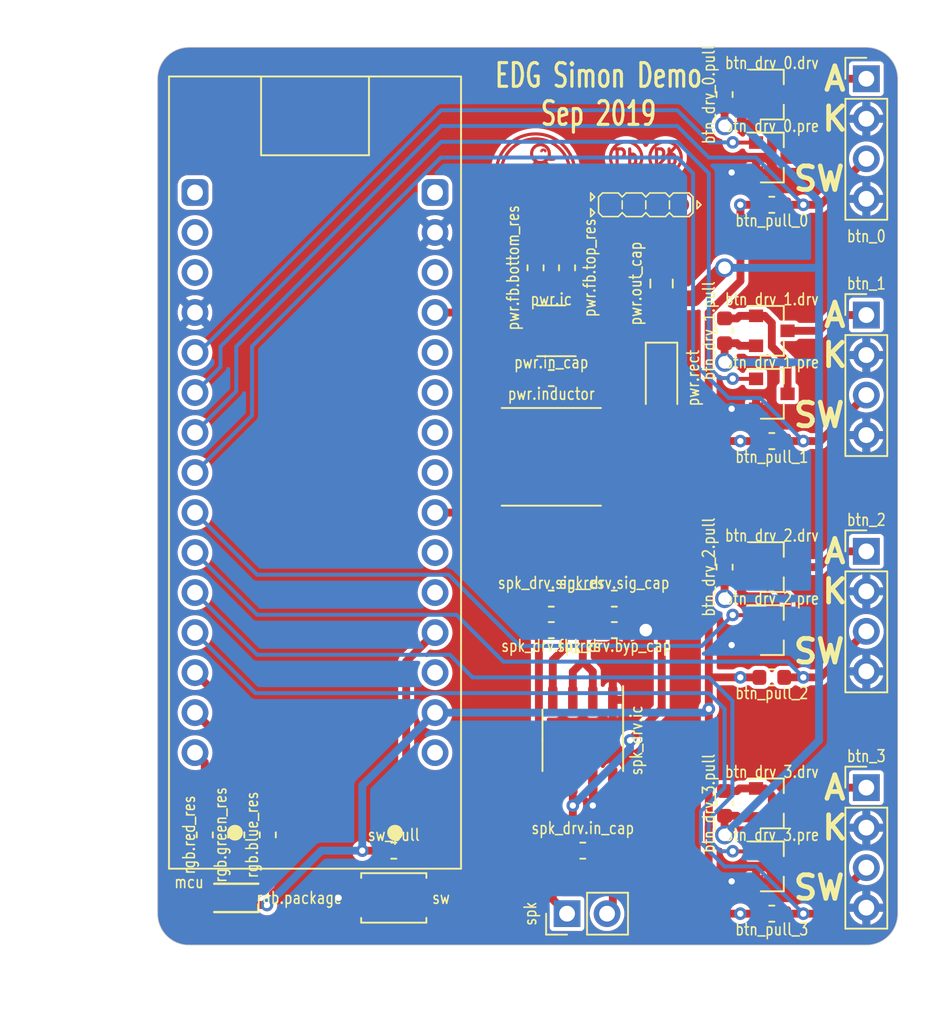
<source format=kicad_pcb>
(kicad_pcb (version 20221018) (generator pcbnew)
  (layers (0 "F.Cu" signal) (31 "B.Cu" signal) (34 "B.Paste" user) (35 "F.Paste" user) (36 "B.SilkS" user "B.Silkscreen") (37 "F.SilkS" user "F.Silkscreen") (38 "B.Mask" user) (39 "F.Mask" user) (44 "Edge.Cuts" user))
  (net 0 "")
  (net 1 "gnd")
  (net 2 "btn_1.led_a")
  (net 3 "rgb.blue_res.a")
  (net 4 "rgb.green_res.a")
  (net 5 "rgb.red_res.a")
  (net 6 "spk_drv.spk2")
  (net 7 "spk_drv.byp_cap.pos")
  (net 8 "spk_drv.sig_res.a")
  (net 9 "btn_drv_3.output")
  (net 10 "mcu.digital_15")
  (net 11 "btn_2.sw1")
  (net 12 "btn_drv_0.pre.drain")
  (net 13 "btn_drv_0.control")
  (net 14 "btn_drv_3.control")
  (net 15 "mcu.digital_19")
  (net 16 "rgb.red")
  (net 17 "pwr.sw")
  (net 18 "spk_drv.sig_res.b")
  (net 19 "btn_drv_0.output")
  (net 20 "btn_drv_2.output")
  (net 21 "btn_drv_1.pull.b")
  (net 22 "btn_drv_2.pre.drain")
  (net 23 "mcu.dac_1")
  (net 24 "pwr.fb.out")
  (net 25 "mcu.digital_14")
  (net 26 "v12")
  (net 27 "v5")
  (net 28 "mcu.digital_12")
  (net 29 "spk_drv.spk1")
  (net 30 "mcu.digital_9")
  (net 31 "v3v3")
  (net 32 "mcu.digital_18")
  (net 33 "mcu.digital_13")
  (net 34 "btn_drv_3.drv.gate")
  (net 35 "mcu.digital_17")
  (footprint "Package_TO_SOT_SMD:SOT-23" (layer "F.Cu") (at 159 32)
    (fp_text reference "btn_drv_0.drv")
    (fp_text value "DMP3099L-7")
  )
  (footprint "Package_TO_SOT_SMD:SOT-23" (layer "F.Cu") (at 159 36)
    (fp_text reference "btn_drv_0.pre")
    (fp_text value "NX138AKR")
  )
  (footprint "Resistor_SMD:R_0603_1608Metric" (layer "F.Cu") (at 156 32 90)
    (fp_text reference "btn_drv_0.pull")
    (fp_text value "10000, 1%, 0.1W")
  )
  (footprint "Package_TO_SOT_SMD:SOT-23" (layer "F.Cu") (at 159 47)
    (fp_text reference "btn_drv_1.drv")
    (fp_text value "DMP3099L-7")
  )
  (footprint "Package_TO_SOT_SMD:SOT-23" (layer "F.Cu") (at 159 51)
    (fp_text reference "btn_drv_1.pre")
    (fp_text value "NX138AKR")
  )
  (footprint "Resistor_SMD:R_0603_1608Metric" (layer "F.Cu") (at 156 47 90)
    (fp_text reference "btn_drv_1.pull")
    (fp_text value "10000, 1%, 0.1W")
  )
  (footprint "Package_TO_SOT_SMD:SOT-23" (layer "F.Cu") (at 159 62)
    (fp_text reference "btn_drv_2.drv")
    (fp_text value "DMP3099L-7")
  )
  (footprint "Package_TO_SOT_SMD:SOT-23" (layer "F.Cu") (at 159 66)
    (fp_text reference "btn_drv_2.pre")
    (fp_text value "NX138AKR")
  )
  (footprint "Resistor_SMD:R_0603_1608Metric" (layer "F.Cu") (at 156 62 90)
    (fp_text reference "btn_drv_2.pull")
    (fp_text value "10000, 1%, 0.1W")
  )
  (footprint "Package_TO_SOT_SMD:SOT-23" (layer "F.Cu") (at 159 77)
    (fp_text reference "btn_drv_3.drv")
    (fp_text value "DMP3099L-7")
  )
  (footprint "Package_TO_SOT_SMD:SOT-23" (layer "F.Cu") (at 159 81)
    (fp_text reference "btn_drv_3.pre")
    (fp_text value "NX138AKR")
  )
  (footprint "Resistor_SMD:R_0603_1608Metric" (layer "F.Cu") (at 156 77 90)
    (fp_text reference "btn_drv_3.pull")
    (fp_text value "10000, 1%, 0.1W")
  )
  (footprint "Resistor_SMD:R_0603_1608Metric" (layer "F.Cu") (at 159 39)
    (fp_text reference "btn_pull_0")
    (fp_text value "10000, 1%, 0.1W")
  )
  (footprint "Resistor_SMD:R_0603_1608Metric" (layer "F.Cu") (at 159 54)
    (fp_text reference "btn_pull_1")
    (fp_text value "10000, 1%, 0.1W")
  )
  (footprint "Resistor_SMD:R_0603_1608Metric" (layer "F.Cu") (at 159 69)
    (fp_text reference "btn_pull_2")
    (fp_text value "10000, 1%, 0.1W")
  )
  (footprint "Resistor_SMD:R_0603_1608Metric" (layer "F.Cu") (at 159 84)
    (fp_text reference "btn_pull_3")
    (fp_text value "10000, 1%, 0.1W")
  )
  (footprint "Resistor_SMD:R_0603_1608Metric" (layer "F.Cu") (at 127 79 90)
    (fp_text reference "rgb.blue_res")
    (fp_text value "1000, 1%, 0.1W")
  )
  (footprint "Resistor_SMD:R_0603_1608Metric" (layer "F.Cu") (at 125 79 90)
    (fp_text reference "rgb.green_res")
    (fp_text value "1000, 1%, 0.1W")
  )
  (footprint "calisco:LED_RGB_0606" (layer "F.Cu") (at 125 83 180)
    (fp_text reference "rgb.package")
    (fp_text value "")
  )
  (footprint "Resistor_SMD:R_0603_1608Metric" (layer "F.Cu") (at 123 79 90)
    (fp_text reference "rgb.red_res")
    (fp_text value "1000, 1%, 0.1W")
  )
  (footprint "Connector_PinHeader_2.54mm:PinHeader_1x02_P2.54mm_Vertical" (layer "F.Cu") (at 146 84 90)
    (fp_text reference "spk")
    (fp_text value "Speaker	SP-1504")
  )
  (footprint "Connector_PinHeader_2.54mm:PinHeader_1x04_P2.54mm_Vertical" (layer "F.Cu") (at 165 46)
    (fp_text reference "btn_1")
    (fp_text value "DomeButton")
  )
  (footprint "Connector_PinHeader_2.54mm:PinHeader_1x04_P2.54mm_Vertical" (layer "F.Cu") (at 165 61)
    (fp_text reference "btn_2")
    (fp_text value "DomeButton")
  )
  (footprint "Connector_PinHeader_2.54mm:PinHeader_1x04_P2.54mm_Vertical" (layer "F.Cu") (at 165 76)
    (fp_text reference "btn_3")
    (fp_text value "DomeButton")
  )
  (footprint "calisco:Indicator_IdDots_4" (layer "F.Cu") (at 151 39)
    (fp_text reference "id" hide)
    (fp_text value "IdDots4")
  )
  (footprint "Button_Switch_SMD:SW_Push_SPST_NO_Alps_SKRK" (layer "F.Cu") (at 135 83)
    (fp_text reference "sw")
    (fp_text value "switch")
  )
  (footprint "Resistor_SMD:R_0603_1608Metric" (layer "F.Cu") (at 135 80)
    (fp_text reference "sw_pull")
    (fp_text value "10000, 1%, 0.1W")
  )
  (footprint "calisco:Nucleo32" (layer "F.Cu") (at 130 56)
    (fp_text reference "mcu")
    (fp_text value "Nucleo-F303K8")
  )
  (footprint "Connector_PinHeader_2.54mm:PinHeader_1x04_P2.54mm_Vertical" (layer "F.Cu") (at 165 31)
    (fp_text reference "btn_0")
    (fp_text value "DomeButton")
  )
  (footprint "Package_TO_SOT_SMD:SOT-23-5" (layer "F.Cu") (at 145 47 180)
    (fp_text reference "pwr.ic")
    (fp_text value "AP3012")
  )
  (footprint "Diode_SMD:D_SOD-123" (layer "F.Cu") (at 152 50 -90)
    (fp_text reference "pwr.rect")
    (fp_text value "BAT54GWJ")
  )
  (footprint "Resistor_SMD:R_0603_1608Metric" (layer "F.Cu") (at 146 43 -90)
    (fp_text reference "pwr.fb.top_res")
    (fp_text value "33000, 1%, 0.1W")
  )
  (footprint "Capacitor_SMD:C_0805_2012Metric" (layer "F.Cu") (at 152 44 90)
    (fp_text reference "pwr.out_cap")
    (fp_text value "10µF, 16V, CL21A106KOQNNNG")
  )
  (footprint "Inductor_SMD:L_Taiyo-Yuden_NR-60xx" (layer "F.Cu") (at 145 55)
    (fp_text reference "pwr.inductor")
    (fp_text value "68µH, 770mA, NR6028T680M")
  )
  (footprint "Resistor_SMD:R_0603_1608Metric" (layer "F.Cu") (at 144 43 90)
    (fp_text reference "pwr.fb.bottom_res")
    (fp_text value "3900, 1%, 0.1W")
  )
  (footprint "Capacitor_SMD:C_0603_1608Metric" (layer "F.Cu") (at 145 50)
    (fp_text reference "pwr.in_cap")
    (fp_text value "1µF, 10V, CL10A105KP8NNNC")
  )
  (footprint "calisco:Indicator_LeadFree" (layer "F.Cu") (at 151 36)
    (fp_text reference "leadfree" hide)
    (fp_text value "LeadFree" hide)
  )
  (footprint "calisco:Symbol_Duckling" (layer "F.Cu") (at 144 37)
    (fp_text reference "duck" hide)
    (fp_text value "Duck" hide)
  )
  (footprint "Package_SO:SO-8_3.9x4.9mm_P1.27mm" (layer "F.Cu") (at 147 73 -90)
    (fp_text reference "spk_drv.ic")
    (fp_text value "LM4871MX")
  )
  (footprint "Capacitor_SMD:C_0603_1608Metric" (layer "F.Cu") (at 147 80)
    (fp_text reference "spk_drv.in_cap")
    (fp_text value "1µF, 10V, CL10A105KP8NNNC")
  )
  (footprint "Resistor_SMD:R_0603_1608Metric" (layer "F.Cu") (at 145 66 180)
    (fp_text reference "spk_drv.fb_res")
    (fp_text value "22000, 1%, 0.1W")
  )
  (footprint "Capacitor_SMD:C_0603_1608Metric" (layer "F.Cu") (at 149 66)
    (fp_text reference "spk_drv.byp_cap")
    (fp_text value "1µF, 10V, CL10A105KP8NNNC")
  )
  (footprint "Resistor_SMD:R_0603_1608Metric" (layer "F.Cu") (at 145 64)
    (fp_text reference "spk_drv.sig_res")
    (fp_text value "22000, 1%, 0.1W")
  )
  (footprint "Capacitor_SMD:C_0603_1608Metric" (layer "F.Cu") (at 149 64)
    (fp_text reference "spk_drv.sig_cap")
    (fp_text value "0.47µF, 25V, CL10B474KA8NFNC")
  )
  (gr_line (start 120 84) (end 120 31) (stroke (width 0.05)) (layer "Edge.Cuts"))
  (gr_line (start 165 86) (end 122 86) (stroke (width 0.05)) (layer "Edge.Cuts"))
  (gr_arc (start 120 31) (mid 120.585786 29.585786) (end 122 29) (stroke (width 0.05)) (layer "Edge.Cuts"))
  (gr_arc (start 122 86) (mid 120.585786 85.414214) (end 120 84) (stroke (width 0.05)) (layer "Edge.Cuts"))
  (gr_line (start 122 29) (end 165 29) (stroke (width 0.05)) (layer "Edge.Cuts"))
  (gr_line (start 167 31) (end 167 84) (stroke (width 0.05)) (layer "Edge.Cuts"))
  (gr_arc (start 165 29) (mid 166.414214 29.585786) (end 167 31) (stroke (width 0.05)) (layer "Edge.Cuts"))
  (gr_arc (start 167 84) (mid 166.414214 85.414214) (end 165 86) (stroke (width 0.05)) (layer "Edge.Cuts"))
  (gr_text "SW" (at 162 37.35) (layer "F.SilkS") (effects (font (size 1.5 1.5) (thickness 0.3))))
  (gr_text "K" (at 163 33.54) (layer "F.SilkS") (effects (font (size 1.5 1.5) (thickness 0.3))))
  (gr_text "SW" (at 162 52.35) (layer "F.SilkS") (effects (font (size 1.5 1.5) (thickness 0.3))))
  (gr_text "SW" (at 162 67.35) (layer "F.SilkS") (effects (font (size 1.5 1.5) (thickness 0.3))))
  (gr_text "SW" (at 162 82.35) (layer "F.SilkS") (effects (font (size 1.5 1.5) (thickness 0.3))))
  (gr_text "K" (at 163 48.54) (layer "F.SilkS") (effects (font (size 1.5 1.5) (thickness 0.3))))
  (gr_text "A" (at 163 46) (layer "F.SilkS") (effects (font (size 1.5 1.5) (thickness 0.3))))
  (gr_text "K" (at 163 78.54) (layer "F.SilkS") (effects (font (size 1.5 1.5) (thickness 0.3))))
  (gr_text "K" (at 163 63.54) (layer "F.SilkS") (effects (font (size 1.5 1.5) (thickness 0.3))))
  (gr_text "A" (at 163 31) (layer "F.SilkS") (effects (font (size 1.5 1.5) (thickness 0.3))))
  (gr_text "EDG Simon Demo\nSep 2019" (at 148 32) (layer "F.SilkS") (effects (font (size 1.5 1) (thickness 0.2))))
  (gr_text "A" (at 163 61) (layer "F.SilkS") (effects (font (size 1.5 1.5) (thickness 0.3))))
  (gr_text "A" (at 163 76) (layer "F.SilkS") (effects (font (size 1.5 1.5) (thickness 0.3))))
  (segment (start 144 41) (end 144 42.2125) (width 0.5) (layer "F.Cu") (net 1))
  (segment (start 152 41) (end 144 41) (width 0.5) (layer "F.Cu") (net 1))
  (segment (start 152 43.0625) (end 152 41) (width 0.5) (layer "F.Cu") (net 1))
  (segment (start 143 45) (end 144.443002 45) (width 0.5) (layer "F.Cu") (net 1))
  (segment (start 144 42.2125) (end 143 42.2125) (width 0.5) (layer "F.Cu") (net 1))
  (segment (start 144.443002 45) (end 145 45.556998) (width 0.5) (layer "F.Cu") (net 1))
  (segment (start 143 42.2125) (end 143 45) (width 0.5) (layer "F.Cu") (net 1))
  (segment (start 145 45.556998) (end 145 47) (width 0.5) (layer "F.Cu") (net 1))
  (segment (start 146.1 47) (end 145 47) (width 0.5) (layer "F.Cu") (net 1))
  (segment (start 145 47) (end 145 49) (width 0.5) (layer "F.Cu") (net 1))
  (segment (start 145.7875 49) (end 145 49) (width 0.5) (layer "F.Cu") (net 1))
  (segment (start 145.7875 50) (end 145.7875 49) (width 0.5) (layer "F.Cu") (net 1))
  (segment (start 156.45 51.95) (end 156.449953 51.949953) (width 0.5) (layer "F.Cu") (net 1))
  (segment (start 158 51.95) (end 156.45 51.95) (width 0.5) (layer "F.Cu") (net 1))
  (segment (start 156.45 66.95) (end 156.449953 66.949953) (width 0.5) (layer "F.Cu") (net 1))
  (segment (start 158 66.95) (end 156.45 66.95) (width 0.5) (layer "F.Cu") (net 1))
  (segment (start 156.45 81.95) (end 156.449953 81.949953) (width 0.5) (layer "F.Cu") (net 1))
  (segment (start 158 81.95) (end 156.45 81.95) (width 0.5) (layer "F.Cu") (net 1))
  (segment (start 147.7875 78.2875) (end 147.635 78.135) (width 0.5) (layer "F.Cu") (net 1))
  (segment (start 148.905 72.595) (end 148.905 70.425) (width 0.25) (layer "F.Cu") (net 1))
  (segment (start 158 36.95) (end 156.45 36.95) (width 0.5) (layer "F.Cu") (net 1))
  (segment (start 147.7875 80) (end 147.7875 78.2875) (width 0.5) (layer "F.Cu") (net 1))
  (segment (start 147.635 78.135) (end 147.635 76.865) (width 0.5) (layer "F.Cu") (net 1))
  (segment (start 147.635 76.865) (end 147.635 75.575) (width 0.5) (layer "F.Cu") (net 1))
  (segment (start 156.45 36.95) (end 156.449953 36.949953) (width 0.5) (layer "F.Cu") (net 1))
  (segment (start 132.9 83) (end 131.5 83) (width 0.5) (layer "F.Cu") (net 1))
  (segment (start 147.635 76.865) (end 147.635 77.135) (width 0.5) (layer "F.Cu") (net 1))
  (segment (start 147.635 73.865) (end 148.905 72.595) (width 0.25) (layer "F.Cu") (net 1))
  (segment (start 147.635 75.575) (end 147.635 73.865) (width 0.25) (layer "F.Cu") (net 1))
  (segment (start 149.7875 66) (end 151 66) (width 0.5) (layer "F.Cu") (net 1))
  (via (at 156.449953 51.949953) (size 0.8) (drill 0.4) (layers "F.Cu" "B.Cu") (net 1))
  (via (at 156.449953 66.949953) (size 0.8) (drill 0.4) (layers "F.Cu" "B.Cu") (net 1))
  (via (at 156.449953 81.949953) (size 0.8) (drill 0.4) (layers "F.Cu" "B.Cu") (net 1))
  (via (at 156.449953 36.949953) (size 0.8) (drill 0.4) (layers "F.Cu" "B.Cu") (net 1))
  (via (at 131.5 83) (size 0.8) (drill 0.4) (layers "F.Cu" "B.Cu") (net 1))
  (via (at 147.635 77.135) (size 0.8) (drill 0.4) (layers "F.Cu" "B.Cu") (net 1))
  (via (at 151 66) (size 1.2) (drill 0.8) (layers "F.Cu" "B.Cu") (net 1))
  (segment (start 160 47) (end 162 47) (width 0.5) (layer "F.Cu") (net 2))
  (segment (start 162 47) (end 163 46) (width 0.5) (layer "F.Cu") (net 2))
  (segment (start 163 46) (end 165 46) (width 0.5) (layer "F.Cu") (net 2))
  (segment (start 127 82) (end 126.45 82.55) (width 0.5) (layer "F.Cu") (net 3))
  (segment (start 126.45 82.55) (end 125.8 82.55) (width 0.5) (layer "F.Cu") (net 3))
  (segment (start 127 79.7875) (end 127 82) (width 0.5) (layer "F.Cu") (net 3))
  (segment (start 125 80.5) (end 124.2 81.3) (width 0.5) (layer "F.Cu") (net 4))
  (segment (start 125 79.7875) (end 125 80.5) (width 0.5) (layer "F.Cu") (net 4))
  (segment (start 124.2 81.3) (end 124.2 82.55) (width 0.5) (layer "F.Cu") (net 4))
  (segment (start 123 83) (end 123.45 83.45) (width 0.5) (layer "F.Cu") (net 5))
  (segment (start 123.45 83.45) (end 124.2 83.45) (width 0.5) (layer "F.Cu") (net 5))
  (segment (start 123 79.7875) (end 123 83) (width 0.5) (layer "F.Cu") (net 5))
  (segment (start 148.905 75.575) (end 148.905 83.635) (width 0.5) (layer "F.Cu") (net 6))
  (segment (start 148.905 83.635) (end 148.54 84) (width 0.5) (layer "F.Cu") (net 6))
  (segment (start 148.2125 66) (end 147.5 66) (width 0.5) (layer "F.Cu") (net 7))
  (segment (start 147 66.5) (end 147 68) (width 0.5) (layer "F.Cu") (net 7))
  (segment (start 147.635 68.635) (end 147 68) (width 0.5) (layer "F.Cu") (net 7))
  (segment (start 147.635 70.425) (end 147.635 68.635) (width 0.5) (layer "F.Cu") (net 7))
  (segment (start 146.365 70.425) (end 146.365 68.635) (width 0.5) (layer "F.Cu") (net 7))
  (segment (start 147 68) (end 146.365 68.635) (width 0.5) (layer "F.Cu") (net 7))
  (segment (start 147.5 66) (end 147 66.5) (width 0.5) (layer "F.Cu") (net 7))
  (segment (start 147.5 64) (end 148.2125 64) (width 0.5) (layer "F.Cu") (net 8))
  (segment (start 145 63) (end 146.5 63) (width 0.5) (layer "F.Cu") (net 8))
  (segment (start 144.2125 64) (end 144.2125 63.7875) (width 0.5) (layer "F.Cu") (net 8))
  (segment (start 144.2125 63.7875) (end 145 63) (width 0.5) (layer "F.Cu") (net 8))
  (segment (start 146.5 63) (end 147.5 64) (width 0.5) (layer "F.Cu") (net 8))
  (segment (start 160 77) (end 162 77) (width 0.5) (layer "F.Cu") (net 9))
  (segment (start 162 77) (end 163 76) (width 0.5) (layer "F.Cu") (net 9))
  (segment (start 163 76) (end 165 76) (width 0.5) (layer "F.Cu") (net 9))
  (segment (start 161 39) (end 162.08 39) (width 0.5) (layer "F.Cu") (net 10))
  (segment (start 159.7875 39) (end 161 39) (width 0.5) (layer "F.Cu") (net 10))
  (segment (start 162.08 39) (end 165 36.08) (width 0.5) (layer "F.Cu") (net 10))
  (via (at 161 39) (size 0.8) (drill 0.4) (layers "F.Cu" "B.Cu") (net 10))
  (segment (start 124 48) (end 138 34) (width 0.25) (layer "B.Cu") (net 10))
  (segment (start 122.38 50.92) (end 124 49.3) (width 0.25) (layer "B.Cu") (net 10))
  (segment (start 155 36) (end 158 36) (width 0.25) (layer "B.Cu") (net 10))
  (segment (start 158 36) (end 161 39) (width 0.25) (layer "B.Cu") (net 10))
  (segment (start 138 34) (end 153 34) (width 0.25) (layer "B.Cu") (net 10))
  (segment (start 124 49.3) (end 124 48) (width 0.25) (layer "B.Cu") (net 10))
  (segment (start 153 34) (end 155 36) (width 0.25) (layer "B.Cu") (net 10))
  (segment (start 159.7875 69) (end 161 69) (width 0.5) (layer "F.Cu") (net 11))
  (segment (start 162.08 69) (end 165 66.08) (width 0.5) (layer "F.Cu") (net 11))
  (segment (start 161 69) (end 162.08 69) (width 0.5) (layer "F.Cu") (net 11))
  (via (at 161 69) (size 0.8) (drill 0.4) (layers "F.Cu" "B.Cu") (net 11))
  (segment (start 141.950002 68) (end 160 68) (width 0.25) (layer "B.Cu") (net 11))
  (segment (start 122.38 61.08) (end 126.324999 65.024999) (width 0.25) (layer "B.Cu") (net 11))
  (segment (start 138.975001 65.024999) (end 141.950002 68) (width 0.25) (layer "B.Cu") (net 11))
  (segment (start 126.324999 65.024999) (end 138.975001 65.024999) (width 0.25) (layer "B.Cu") (net 11))
  (segment (start 160.5 68.5) (end 161 69) (width 0.25) (layer "B.Cu") (net 11))
  (segment (start 160 68) (end 160.5 68.5) (width 0.25) (layer "B.Cu") (net 11))
  (segment (start 159 33) (end 159 31.5) (width 0.5) (layer "F.Cu") (net 12))
  (segment (start 156.95 31.05) (end 158 31.05) (width 0.5) (layer "F.Cu") (net 12))
  (segment (start 158.55 31.05) (end 158 31.05) (width 0.5) (layer "F.Cu") (net 12))
  (segment (start 160 36) (end 160 34) (width 0.5) (layer "F.Cu") (net 12))
  (segment (start 156.7875 31.2125) (end 156.95 31.05) (width 0.5) (layer "F.Cu") (net 12))
  (segment (start 156 31.2125) (end 156.7875 31.2125) (width 0.5) (layer "F.Cu") (net 12))
  (segment (start 159 31.5) (end 158.55 31.05) (width 0.5) (layer "F.Cu") (net 12))
  (segment (start 160 34) (end 159 33) (width 0.5) (layer "F.Cu") (net 12))
  (segment (start 156.531231 35.05) (end 156.518769 35.037538) (width 0.25) (layer "F.Cu") (net 13))
  (segment (start 158 35.05) (end 156.531231 35.05) (width 0.25) (layer "F.Cu") (net 13))
  (via (at 156.518769 35.037538) (size 0.8) (drill 0.4) (layers "F.Cu" "B.Cu") (net 13))
  (segment (start 122.38 48.38) (end 122.62 48.38) (width 0.25) (layer "B.Cu") (net 13))
  (segment (start 156.481231 35) (end 156.518769 35.037538) (width 0.5) (layer "B.Cu") (net 13))
  (segment (start 153 33) (end 155.037538 35.037538) (width 0.25) (layer "B.Cu") (net 13))
  (segment (start 138 33) (end 153 33) (width 0.25) (layer "B.Cu") (net 13))
  (segment (start 122.62 48.38) (end 138 33) (width 0.25) (layer "B.Cu") (net 13))
  (segment (start 155.037538 35.037538) (end 156.518769 35.037538) (width 0.25) (layer "B.Cu") (net 13))
  (segment (start 156.531231 80.05) (end 156.518769 80.037538) (width 0.25) (layer "F.Cu") (net 14))
  (segment (start 158 80.05) (end 156.531231 80.05) (width 0.25) (layer "F.Cu") (net 14))
  (via (at 156.518769 80.037538) (size 0.8) (drill 0.4) (layers "F.Cu" "B.Cu") (net 14))
  (segment (start 156.518769 80.037538) (end 155.727736 80.037538) (width 0.25) (layer "B.Cu") (net 14))
  (segment (start 156.5 70.5) (end 155 69) (width 0.25) (layer "B.Cu") (net 14))
  (segment (start 155.727736 80.037538) (end 155 79.309802) (width 0.25) (layer "B.Cu") (net 14))
  (segment (start 155 69) (end 140 69) (width 0.25) (layer "B.Cu") (net 14))
  (segment (start 138.564999 67.564999) (end 126.324999 67.564999) (width 0.25) (layer "B.Cu") (net 14))
  (segment (start 140 69) (end 138.564999 67.564999) (width 0.25) (layer "B.Cu") (net 14))
  (segment (start 155 79.309802) (end 155 78) (width 0.25) (layer "B.Cu") (net 14))
  (segment (start 155 78) (end 156.5 76.5) (width 0.25) (layer "B.Cu") (net 14))
  (segment (start 126.324999 67.564999) (end 122.38 63.62) (width 0.25) (layer "B.Cu") (net 14))
  (segment (start 156.5 76.5) (end 156.5 70.5) (width 0.25) (layer "B.Cu") (net 14))
  (segment (start 125 73.86) (end 122.38 71.24) (width 0.5) (layer "F.Cu") (net 15))
  (segment (start 125 78.2125) (end 125 73.86) (width 0.5) (layer "F.Cu") (net 15))
  (segment (start 123 74.4) (end 122.38 73.78) (width 0.5) (layer "F.Cu") (net 16))
  (segment (start 123 78.2125) (end 123 74.4) (width 0.5) (layer "F.Cu") (net 16))
  (segment (start 146.1 47.95) (end 146.95 47.95) (width 0.5) (layer "F.Cu") (net 17))
  (segment (start 147.35 55) (end 147.35 51.65) (width 1) (layer "F.Cu") (net 17))
  (segment (start 149 51) (end 148 51) (width 1) (layer "F.Cu") (net 17))
  (segment (start 149.65 51.65) (end 149 51) (width 1) (layer "F.Cu") (net 17))
  (segment (start 152 51.65) (end 149.65 51.65) (width 1) (layer "F.Cu") (net 17))
  (segment (start 147.35 51.65) (end 148 51) (width 1) (layer "F.Cu") (net 17))
  (segment (start 148 49) (end 148 51) (width 0.5) (layer "F.Cu") (net 17))
  (segment (start 146.95 47.95) (end 148 49) (width 0.5) (layer "F.Cu") (net 17))
  (segment (start 145.7875 67.2125) (end 145.095 67.905) (width 0.5) (layer "F.Cu") (net 18))
  (segment (start 145.095 67.905) (end 145.095 70.425) (width 0.5) (layer "F.Cu") (net 18))
  (segment (start 145.7875 66) (end 145.7875 67.2125) (width 0.5) (layer "F.Cu") (net 18))
  (segment (start 145.7875 64) (end 145.7875 66) (width 0.5) (layer "F.Cu") (net 18))
  (segment (start 162 32) (end 163 31) (width 0.5) (layer "F.Cu") (net 19))
  (segment (start 160 32) (end 162 32) (width 0.5) (layer "F.Cu") (net 19))
  (segment (start 163 31) (end 165 31) (width 0.5) (layer "F.Cu") (net 19))
  (segment (start 160 62) (end 162 62) (width 0.5) (layer "F.Cu") (net 20))
  (segment (start 163 61) (end 165 61) (width 0.5) (layer "F.Cu") (net 20))
  (segment (start 162 62) (end 163 61) (width 0.5) (layer "F.Cu") (net 20))
  (segment (start 158.55 46.05) (end 158 46.05) (width 0.5) (layer "F.Cu") (net 21))
  (segment (start 159 46.5) (end 158.55 46.05) (width 0.5) (layer "F.Cu") (net 21))
  (segment (start 159 48) (end 159 46.5) (width 0.5) (layer "F.Cu") (net 21))
  (segment (start 160 51) (end 160 49) (width 0.5) (layer "F.Cu") (net 21))
  (segment (start 160 49) (end 159 48) (width 0.5) (layer "F.Cu") (net 21))
  (segment (start 156 46.2125) (end 156.7875 46.2125) (width 0.5) (layer "F.Cu") (net 21))
  (segment (start 156.95 46.05) (end 158 46.05) (width 0.5) (layer "F.Cu") (net 21))
  (segment (start 156.7875 46.2125) (end 156.95 46.05) (width 0.5) (layer "F.Cu") (net 21))
  (segment (start 158.55 61.05) (end 158 61.05) (width 0.5) (layer "F.Cu") (net 22))
  (segment (start 159 61.5) (end 158.55 61.05) (width 0.5) (layer "F.Cu") (net 22))
  (segment (start 159 63) (end 159 61.5) (width 0.5) (layer "F.Cu") (net 22))
  (segment (start 160 66) (end 160 64) (width 0.5) (layer "F.Cu") (net 22))
  (segment (start 160 64) (end 159 63) (width 0.5) (layer "F.Cu") (net 22))
  (segment (start 156 61.2125) (end 156.7875 61.2125) (width 0.5) (layer "F.Cu") (net 22))
  (segment (start 156.95 61.05) (end 158 61.05) (width 0.5) (layer "F.Cu") (net 22))
  (segment (start 156.7875 61.2125) (end 156.95 61.05) (width 0.5) (layer "F.Cu") (net 22))
  (segment (start 143 62) (end 147 62) (width 0.5) (layer "F.Cu") (net 23))
  (segment (start 147 62) (end 148 62) (width 0.5) (layer "F.Cu") (net 23))
  (segment (start 149.7875 62.7875) (end 149 62) (width 0.5) (layer "F.Cu") (net 23))
  (segment (start 149.7875 64) (end 149.7875 62.7875) (width 0.5) (layer "F.Cu") (net 23))
  (segment (start 137.62 58.54) (end 139.54 58.54) (width 0.5) (layer "F.Cu") (net 23))
  (segment (start 149 62) (end 147 62) (width 0.5) (layer "F.Cu") (net 23))
  (segment (start 139.54 58.54) (end 143 62) (width 0.5) (layer "F.Cu") (net 23))
  (segment (start 145 44.5) (end 145 43.7875) (width 0.25) (layer "F.Cu") (net 24))
  (segment (start 146.1 46.05) (end 146.1 45.6) (width 0.25) (layer "F.Cu") (net 24))
  (segment (start 146.1 45.6) (end 145 44.5) (width 0.25) (layer "F.Cu") (net 24))
  (segment (start 146 43.7875) (end 144 43.7875) (width 0.25) (layer "F.Cu") (net 24))
  (segment (start 156.531231 50.05) (end 156.518769 50.037538) (width 0.25) (layer "F.Cu") (net 25))
  (segment (start 158 50.05) (end 156.531231 50.05) (width 0.25) (layer "F.Cu") (net 25))
  (via (at 156.518769 50.037538) (size 0.8) (drill 0.4) (layers "F.Cu" "B.Cu") (net 25))
  (segment (start 156.481231 50) (end 156.518769 50.037538) (width 0.25) (layer "B.Cu") (net 25))
  (segment (start 155 37) (end 155 49.309802) (width 0.25) (layer "B.Cu") (net 25))
  (segment (start 125 48) (end 138 35) (width 0.25) (layer "B.Cu") (net 25))
  (segment (start 122.38 53.46) (end 125 50.84) (width 0.25) (layer "B.Cu") (net 25))
  (segment (start 138 35) (end 153 35) (width 0.25) (layer "B.Cu") (net 25))
  (segment (start 155 49.309802) (end 155.690198 50) (width 0.25) (layer "B.Cu") (net 25))
  (segment (start 153 35) (end 155 37) (width 0.25) (layer "B.Cu") (net 25))
  (segment (start 125 50.84) (end 125 48) (width 0.25) (layer "B.Cu") (net 25))
  (segment (start 155.690198 50) (end 156.481231 50) (width 0.25) (layer "B.Cu") (net 25))
  (segment (start 147.7125 42.2125) (end 146 42.2125) (width 0.25) (layer "F.Cu") (net 26))
  (segment (start 150.4375 44.9375) (end 147.7125 42.2125) (width 0.25) (layer "F.Cu") (net 26))
  (segment (start 152 44.9375) (end 150.4375 44.9375) (width 0.25) (layer "F.Cu") (net 26))
  (segment (start 156 47.7875) (end 156.7875 47.7875) (width 0.5) (layer "F.Cu") (net 26))
  (segment (start 156.95 47.95) (end 158 47.95) (width 0.5) (layer "F.Cu") (net 26))
  (segment (start 156.7875 47.7875) (end 156.95 47.95) (width 0.5) (layer "F.Cu") (net 26))
  (segment (start 156 62.7875) (end 156.7875 62.7875) (width 0.5) (layer "F.Cu") (net 26))
  (segment (start 156.95 62.95) (end 158 62.95) (width 0.5) (layer "F.Cu") (net 26))
  (segment (start 156.7875 62.7875) (end 156.95 62.95) (width 0.5) (layer "F.Cu") (net 26))
  (segment (start 156 77.7875) (end 156.7875 77.7875) (width 0.5) (layer "F.Cu") (net 26))
  (segment (start 156.95 77.95) (end 158 77.95) (width 0.5) (layer "F.Cu") (net 26))
  (segment (start 156.7875 77.7875) (end 156.95 77.95) (width 0.5) (layer "F.Cu") (net 26))
  (segment (start 156 47.7875) (end 156 49) (width 0.5) (layer "F.Cu") (net 26))
  (segment (start 152 44.9375) (end 154.0625 44.9375) (width 1) (layer "F.Cu") (net 26))
  (segment (start 156.7875 32.7875) (end 156.95 32.95) (width 0.5) (layer "F.Cu") (net 26))
  (segment (start 156 32.7875) (end 156 33.98999) (width 0.5) (layer "F.Cu") (net 26))
  (segment (start 152 48.35) (end 152 46.5) (width 1) (layer "F.Cu") (net 26))
  (segment (start 156 77.7875) (end 156 79) (width 0.5) (layer "F.Cu") (net 26))
  (segment (start 156 43) (end 156.000008 43) (width 1) (layer "F.Cu") (net 26))
  (segment (start 154.0625 44.9375) (end 156 43) (width 1) (layer "F.Cu") (net 26))
  (segment (start 156 62.7875) (end 156 64) (width 0.5) (layer "F.Cu") (net 26))
  (segment (start 152 46) (end 152 44.9375) (width 1) (layer "F.Cu") (net 26))
  (segment (start 156.95 32.95) (end 158 32.95) (width 0.5) (layer "F.Cu") (net 26))
  (segment (start 156 32.7875) (end 156.7875 32.7875) (width 0.5) (layer "F.Cu") (net 26))
  (segment (start 152 46.5) (end 152 44.9375) (width 1) (layer "F.Cu") (net 26))
  (segment (start 152 46.5) (end 152 46) (width 1) (layer "F.Cu") (net 26))
  (via (at 156 79) (size 1.2) (drill 0.8) (layers "F.Cu" "B.Cu") (net 26))
  (via (at 156 33.98999) (size 1.2) (drill 0.8) (layers "F.Cu" "B.Cu") (net 26))
  (via (at 156 49) (size 1.2) (drill 0.8) (layers "F.Cu" "B.Cu") (net 26))
  (via (at 156 64) (size 1.2) (drill 0.8) (layers "F.Cu" "B.Cu") (net 26))
  (via (at 156.000008 43) (size 1.2) (drill 0.8) (layers "F.Cu" "B.Cu") (net 26))
  (segment (start 156 64) (end 162 64) (width 0.5) (layer "B.Cu") (net 26))
  (segment (start 162 38.801198) (end 157.188792 33.98999) (width 0.5) (layer "B.Cu") (net 26))
  (segment (start 157.188792 33.98999) (end 156 33.98999) (width 0.5) (layer "B.Cu") (net 26))
  (segment (start 162 46) (end 162 43) (width 0.5) (layer "B.Cu") (net 26))
  (segment (start 162 43) (end 162 38.801198) (width 0.5) (layer "B.Cu") (net 26))
  (segment (start 156 49) (end 162 49) (width 0.5) (layer "B.Cu") (net 26))
  (segment (start 156.000008 43) (end 162 43) (width 0.5) (layer "B.Cu") (net 26))
  (segment (start 162 46) (end 162 49) (width 0.5) (layer "B.Cu") (net 26))
  (segment (start 162 73) (end 156 79) (width 0.5) (layer "B.Cu") (net 26))
  (segment (start 162 64) (end 162 73) (width 0.5) (layer "B.Cu") (net 26))
  (segment (start 162 49) (end 162 64) (width 0.5) (layer "B.Cu") (net 26))
  (segment (start 142.65 51.65) (end 142 51) (width 1) (layer "F.Cu") (net 27))
  (segment (start 142 51) (end 142 50) (width 1) (layer "F.Cu") (net 27))
  (segment (start 142.65 55) (end 142.65 51.65) (width 1) (layer "F.Cu") (net 27))
  (segment (start 144.2125 50) (end 142 50) (width 1) (layer "F.Cu") (net 27))
  (segment (start 142 48) (end 142 50) (width 0.5) (layer "F.Cu") (net 27))
  (segment (start 143.9 47.95) (end 142.05 47.95) (width 0.5) (layer "F.Cu") (net 27))
  (segment (start 142.05 47.95) (end 142 48) (width 0.5) (layer "F.Cu") (net 27))
  (segment (start 152.010001 63.010001) (end 152.010001 70.989999) (width 0.5) (layer "F.Cu") (net 27))
  (segment (start 152.010001 70.989999) (end 150 73) (width 0.5) (layer "F.Cu") (net 27))
  (segment (start 142.65 55) (end 142.65 58.65) (width 0.5) (layer "F.Cu") (net 27))
  (segment (start 142.65 58.65) (end 144 60) (width 0.5) (layer "F.Cu") (net 27))
  (segment (start 141.84 45.84) (end 142.05 46.05) (width 0.5) (layer "F.Cu") (net 27))
  (segment (start 144 60) (end 149 60) (width 0.5) (layer "F.Cu") (net 27))
  (segment (start 149 60) (end 152.010001 63.010001) (width 0.5) (layer "F.Cu") (net 27))
  (segment (start 142.05 46.05) (end 142 46.1) (width 0.5) (layer "F.Cu") (net 27))
  (segment (start 142 46.1) (end 142 48) (width 0.5) (layer "F.Cu") (net 27))
  (segment (start 137.62 45.84) (end 141.84 45.84) (width 0.5) (layer "F.Cu") (net 27))
  (segment (start 146.2125 80) (end 146.2125 78.2875) (width 0.5) (layer "F.Cu") (net 27))
  (segment (start 146.365 78.135) (end 146.365 77.135) (width 0.5) (layer "F.Cu") (net 27))
  (segment (start 146.2125 78.2875) (end 146.365 78.135) (width 0.5) (layer "F.Cu") (net 27))
  (segment (start 146.365 77.135) (end 146.365 75.575) (width 0.5) (layer "F.Cu") (net 27))
  (segment (start 142.05 46.05) (end 143.9 46.05) (width 0.5) (layer "F.Cu") (net 27))
  (via (at 150 73) (size 0.8) (drill 0.4) (layers "F.Cu" "B.Cu") (net 27))
  (via (at 146.365 77.135) (size 0.8) (drill 0.4) (layers "F.Cu" "B.Cu") (net 27))
  (segment (start 146.365 77.135) (end 150 73.5) (width 0.5) (layer "B.Cu") (net 27))
  (segment (start 150 73.5) (end 150 73) (width 0.5) (layer "B.Cu") (net 27))
  (segment (start 158 65.05) (end 156.531231 65.05) (width 0.25) (layer "F.Cu") (net 28))
  (segment (start 156.531231 65.05) (end 156.518769 65.037538) (width 0.25) (layer "F.Cu") (net 28))
  (via (at 156.518769 65.037538) (size 0.8) (drill 0.4) (layers "F.Cu" "B.Cu") (net 28))
  (segment (start 126.324999 62.484999) (end 138.484999 62.484999) (width 0.25) (layer "B.Cu") (net 28))
  (segment (start 138.484999 62.484999) (end 143 67) (width 0.25) (layer "B.Cu") (net 28))
  (segment (start 143 67) (end 154.556307 67) (width 0.25) (layer "B.Cu") (net 28))
  (segment (start 122.38 58.54) (end 126.324999 62.484999) (width 0.25) (layer "B.Cu") (net 28))
  (segment (start 154.556307 67) (end 156.518769 65.037538) (width 0.25) (layer "B.Cu") (net 28))
  (segment (start 145.095 75.575) (end 145.095 83.095) (width 0.5) (layer "F.Cu") (net 29))
  (segment (start 145.095 74.095) (end 145.095 75.575) (width 0.5) (layer "F.Cu") (net 29))
  (segment (start 144.2125 73.2125) (end 145.095 74.095) (width 0.5) (layer "F.Cu") (net 29))
  (segment (start 145.095 83.095) (end 146 84) (width 0.5) (layer "F.Cu") (net 29))
  (segment (start 144.2125 66) (end 144.2125 73.2125) (width 0.5) (layer "F.Cu") (net 29))
  (segment (start 161 84) (end 162.08 84) (width 0.5) (layer "F.Cu") (net 30))
  (segment (start 159.7875 84) (end 161 84) (width 0.5) (layer "F.Cu") (net 30))
  (segment (start 162.08 84) (end 165 81.08) (width 0.5) (layer "F.Cu") (net 30))
  (via (at 161 84) (size 0.8) (drill 0.4) (layers "F.Cu" "B.Cu") (net 30))
  (segment (start 158 81) (end 161 84) (width 0.25) (layer "B.Cu") (net 30))
  (segment (start 154.5 77.5) (end 154.5 79.5) (width 0.25) (layer "B.Cu") (net 30))
  (segment (start 126.22 70) (end 155 70) (width 0.25) (layer "B.Cu") (net 30))
  (segment (start 155 70) (end 156 71) (width 0.25) (layer "B.Cu") (net 30))
  (segment (start 156 81) (end 158 81) (width 0.25) (layer "B.Cu") (net 30))
  (segment (start 122.38 66.16) (end 126.22 70) (width 0.25) (layer "B.Cu") (net 30))
  (segment (start 156 71) (end 156 76) (width 0.25) (layer "B.Cu") (net 30))
  (segment (start 156 76) (end 154.5 77.5) (width 0.25) (layer "B.Cu") (net 30))
  (segment (start 154.5 79.5) (end 156 81) (width 0.25) (layer "B.Cu") (net 30))
  (segment (start 156 84) (end 157 84) (width 0.5) (layer "F.Cu") (net 31))
  (segment (start 154.989999 54.010001) (end 154.989999 45.858297) (width 0.5) (layer "F.Cu") (net 31))
  (segment (start 158.2125 69) (end 157 69) (width 0.5) (layer "F.Cu") (net 31))
  (segment (start 157.010009 43.838287) (end 157.010009 39.010009) (width 0.5) (layer "F.Cu") (net 31))
  (segment (start 155 69) (end 155 64.494802) (width 0.5) (layer "F.Cu") (net 31))
  (segment (start 154.989999 64.484801) (end 154.989999 54.010001) (width 0.5) (layer "F.Cu") (net 31))
  (segment (start 158.2125 54) (end 157 54) (width 0.5) (layer "F.Cu") (net 31))
  (segment (start 155 71) (end 155 69) (width 0.5) (layer "F.Cu") (net 31))
  (segment (start 125.8 83.45) (end 126.95 83.45) (width 0.5) (layer "F.Cu") (net 31))
  (segment (start 155 78.505198) (end 154.989999 78.515199) (width 0.5) (layer "F.Cu") (net 31))
  (segment (start 154.989999 45.858297) (end 157.010009 43.838287) (width 0.5) (layer "F.Cu") (net 31))
  (segment (start 134.2125 80) (end 133 80) (width 0.5) (layer "F.Cu") (net 31))
  (segment (start 158.2125 84) (end 157 84) (width 0.5) (layer "F.Cu") (net 31))
  (segment (start 154.989999 82.989999) (end 156 84) (width 0.5) (layer "F.Cu") (net 31))
  (segment (start 158.2125 39) (end 157 39) (width 0.5) (layer "F.Cu") (net 31))
  (segment (start 155 71) (end 155 78.505198) (width 0.5) (layer "F.Cu") (net 31))
  (segment (start 154.989999 54.010001) (end 155 54) (width 0.5) (layer "F.Cu") (net 31))
  (segment (start 157.010009 39.010009) (end 157 39) (width 0.5) (layer "F.Cu") (net 31))
  (segment (start 157 69) (end 155 69) (width 0.5) (layer "F.Cu") (net 31))
  (segment (start 155 64.494802) (end 154.989999 64.484801) (width 0.5) (layer "F.Cu") (net 31))
  (segment (start 155 54) (end 157 54) (width 0.5) (layer "F.Cu") (net 31))
  (segment (start 154.989999 78.515199) (end 154.989999 82.989999) (width 0.5) (layer "F.Cu") (net 31))
  (via (at 133 80) (size 0.8) (drill 0.4) (layers "F.Cu" "B.Cu") (net 31))
  (via (at 126.95 83.45) (size 0.8) (drill 0.4) (layers "F.Cu" "B.Cu") (net 31))
  (via (at 155 71) (size 0.8) (drill 0.4) (layers "F.Cu" "B.Cu") (net 31))
  (via (at 157 39) (size 0.8) (drill 0.4) (layers "F.Cu" "B.Cu") (net 31))
  (via (at 157 69) (size 0.8) (drill 0.4) (layers "F.Cu" "B.Cu") (net 31))
  (via (at 157 84) (size 0.8) (drill 0.4) (layers "F.Cu" "B.Cu") (net 31))
  (via (at 157 54) (size 0.8) (drill 0.4) (layers "F.Cu" "B.Cu") (net 31))
  (segment (start 137.62 71.24) (end 154.76 71.24) (width 0.5) (layer "B.Cu") (net 31))
  (segment (start 154.76 71.24) (end 155 71) (width 0.5) (layer "B.Cu") (net 31))
  (segment (start 126.95 83.45) (end 130.4 80) (width 0.5) (layer "B.Cu") (net 31))
  (segment (start 133 75.86) (end 137.62 71.24) (width 0.5) (layer "B.Cu") (net 31))
  (segment (start 133 80) (end 133 75.86) (width 0.5) (layer "B.Cu") (net 31))
  (segment (start 130.4 80) (end 133 80) (width 0.5) (layer "B.Cu") (net 31))
  (segment (start 127 73.32) (end 122.38 68.7) (width 0.5) (layer "F.Cu") (net 32))
  (segment (start 127 78.2125) (end 127 73.32) (width 0.5) (layer "F.Cu") (net 32))
  (segment (start 161 54) (end 162.08 54) (width 0.5) (layer "F.Cu") (net 33))
  (segment (start 159.7875 54) (end 161 54) (width 0.5) (layer "F.Cu") (net 33))
  (segment (start 162.08 54) (end 165 51.08) (width 0.5) (layer "F.Cu") (net 33))
  (via (at 161 54) (size 0.8) (drill 0.4) (layers "F.Cu" "B.Cu") (net 33))
  (segment (start 158.264952 51.264952) (end 161 54) (width 0.25) (layer "B.Cu") (net 33))
  (segment (start 126 52.38) (end 126 47.985894) (width 0.25) (layer "B.Cu") (net 33))
  (segment (start 122.38 56) (end 126 52.38) (width 0.25) (layer "B.Cu") (net 33))
  (segment (start 126 47.985894) (end 137.985894 36) (width 0.25) (layer "B.Cu") (net 33))
  (segment (start 154 37) (end 154 49) (width 0.25) (layer "B.Cu") (net 33))
  (segment (start 137.985894 36) (end 153 36) (width 0.25) (layer "B.Cu") (net 33))
  (segment (start 156.264952 51.264952) (end 158.264952 51.264952) (width 0.25) (layer "B.Cu") (net 33))
  (segment (start 153 36) (end 154 37) (width 0.25) (layer "B.Cu") (net 33))
  (segment (start 154 49) (end 156.264952 51.264952) (width 0.25) (layer "B.Cu") (net 33))
  (segment (start 158.55 76.05) (end 158 76.05) (width 0.5) (layer "F.Cu") (net 34))
  (segment (start 159 76.5) (end 158.55 76.05) (width 0.5) (layer "F.Cu") (net 34))
  (segment (start 159 78) (end 159 76.5) (width 0.5) (layer "F.Cu") (net 34))
  (segment (start 160 81) (end 160 79) (width 0.5) (layer "F.Cu") (net 34))
  (segment (start 160 79) (end 159 78) (width 0.5) (layer "F.Cu") (net 34))
  (segment (start 156 76.2125) (end 156.7875 76.2125) (width 0.5) (layer "F.Cu") (net 34))
  (segment (start 156.95 76.05) (end 158 76.05) (width 0.5) (layer "F.Cu") (net 34))
  (segment (start 156.7875 76.2125) (end 156.95 76.05) (width 0.5) (layer "F.Cu") (net 34))
  (segment (start 136.7 80) (end 137.1 80.4) (width 0.5) (layer "F.Cu") (net 35))
  (segment (start 135.7875 80) (end 136.7 80) (width 0.5) (layer "F.Cu") (net 35))
  (segment (start 135.7875 80) (end 135.7875 67.9925) (width 0.5) (layer "F.Cu") (net 35))
  (segment (start 137.1 80.4) (end 137.1 83) (width 0.5) (layer "F.Cu") (net 35))
  (segment (start 135.7875 67.9925) (end 137.62 66.16) (width 0.5) (layer "F.Cu") (net 35))
  (zone (net 1) (net_name "gnd") (layer "F.Cu") (connect_pads (clearance 0.254)) (min_thickness 0.254) (fill yes (thermal_gap 0.254) (thermal_bridge_width 0.508))
    (polygon (pts (xy 115 26) (xy 115 91) (xy 170 91) (xy 170 26)))
  )
  (zone (net 1) (net_name "gnd") (layer "B.Cu") (connect_pads (clearance 0.254)) (min_thickness 0.254) (fill yes (thermal_gap 0.254) (thermal_bridge_width 0.508))
    (polygon (pts (xy 110 26) (xy 110 91) (xy 170 91) (xy 170 26)))
  )
)
</source>
